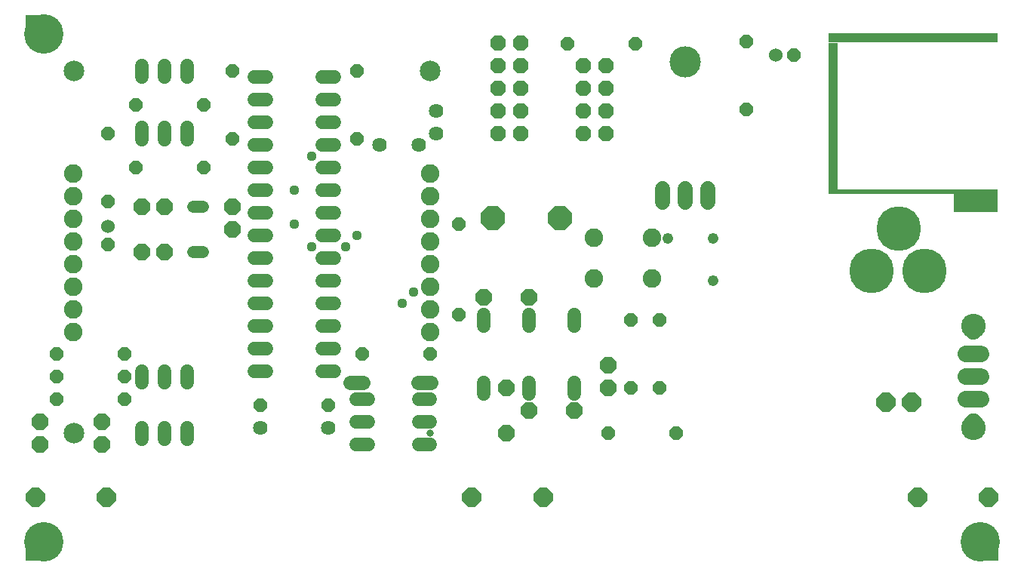
<source format=gbs>
G75*
G70*
%OFA0B0*%
%FSLAX24Y24*%
%IPPOS*%
%LPD*%
%AMOC8*
5,1,8,0,0,1.08239X$1,22.5*
%
%ADD10R,0.7480X0.0394*%
%ADD11R,0.0394X0.6496*%
%ADD12R,0.7480X0.0197*%
%ADD13R,0.1969X0.0787*%
%ADD14C,0.0520*%
%ADD15OC8,0.0710*%
%ADD16C,0.0600*%
%ADD17OC8,0.0680*%
%ADD18OC8,0.0600*%
%ADD19OC8,0.1080*%
%ADD20OC8,0.0840*%
%ADD21C,0.0730*%
%ADD22C,0.0740*%
%ADD23C,0.0820*%
%ADD24C,0.0316*%
%ADD25C,0.1970*%
%ADD26C,0.0680*%
%ADD27C,0.1380*%
%ADD28C,0.0600*%
%ADD29C,0.0634*%
%ADD30C,0.0640*%
%ADD31R,0.0867X0.0867*%
%ADD32C,0.0437*%
%ADD33C,0.0476*%
%ADD34C,0.0907*%
%ADD35C,0.1080*%
%ADD36C,0.1740*%
D10*
X039945Y023214D03*
D11*
X036402Y019769D03*
D12*
X039945Y016423D03*
D13*
X042701Y015931D03*
D14*
X008587Y015746D02*
X008147Y015746D01*
X008147Y013746D02*
X008587Y013746D01*
D15*
X009867Y014746D03*
X009867Y015746D03*
X006867Y015746D03*
X005867Y015746D03*
X005867Y013746D03*
X006867Y013746D03*
X004117Y006246D03*
X004117Y005246D03*
X001367Y005246D03*
X001367Y006246D03*
X020992Y011746D03*
X022992Y011746D03*
X026492Y008746D03*
X026492Y007746D03*
X024992Y006746D03*
X022992Y006746D03*
X021992Y007746D03*
X021992Y005746D03*
D16*
X022992Y007486D02*
X022992Y008006D01*
X024992Y008006D02*
X024992Y007486D01*
X020992Y007486D02*
X020992Y008006D01*
X018627Y007246D02*
X018107Y007246D01*
X018107Y006246D02*
X018627Y006246D01*
X018627Y005246D02*
X018107Y005246D01*
X015877Y005246D02*
X015357Y005246D01*
X015357Y006246D02*
X015877Y006246D01*
X015877Y007246D02*
X015357Y007246D01*
X014377Y008496D02*
X013857Y008496D01*
X013857Y009496D02*
X014377Y009496D01*
X014377Y010496D02*
X013857Y010496D01*
X013857Y011496D02*
X014377Y011496D01*
X014377Y012496D02*
X013857Y012496D01*
X013857Y013496D02*
X014377Y013496D01*
X014377Y014496D02*
X013857Y014496D01*
X013857Y015496D02*
X014377Y015496D01*
X014377Y016496D02*
X013857Y016496D01*
X013857Y017496D02*
X014377Y017496D01*
X014377Y018496D02*
X013857Y018496D01*
X013857Y019496D02*
X014377Y019496D01*
X014377Y020496D02*
X013857Y020496D01*
X013857Y021496D02*
X014377Y021496D01*
X011377Y021496D02*
X010857Y021496D01*
X010857Y020496D02*
X011377Y020496D01*
X011377Y019496D02*
X010857Y019496D01*
X010857Y018496D02*
X011377Y018496D01*
X011377Y017496D02*
X010857Y017496D01*
X010857Y016496D02*
X011377Y016496D01*
X011377Y015496D02*
X010857Y015496D01*
X010857Y014496D02*
X011377Y014496D01*
X011377Y013496D02*
X010857Y013496D01*
X010857Y012496D02*
X011377Y012496D01*
X011377Y011496D02*
X010857Y011496D01*
X010857Y010496D02*
X011377Y010496D01*
X011377Y009496D02*
X010857Y009496D01*
X010857Y008496D02*
X011377Y008496D01*
X007867Y008506D02*
X007867Y007986D01*
X006867Y007986D02*
X006867Y008506D01*
X005867Y008506D02*
X005867Y007986D01*
X005867Y006006D02*
X005867Y005486D01*
X006867Y005486D02*
X006867Y006006D01*
X007867Y006006D02*
X007867Y005486D01*
X020992Y010486D02*
X020992Y011006D01*
X022992Y011006D02*
X022992Y010486D01*
X024992Y010486D02*
X024992Y011006D01*
X007867Y018736D02*
X007867Y019256D01*
X006867Y019256D02*
X006867Y018736D01*
X005867Y018736D02*
X005867Y019256D01*
X005867Y021486D02*
X005867Y022006D01*
X006867Y022006D02*
X006867Y021486D01*
X007867Y021486D02*
X007867Y022006D01*
D17*
X021617Y021996D03*
X022617Y021996D03*
X022617Y022996D03*
X021617Y022996D03*
X021617Y020996D03*
X022617Y020996D03*
X022617Y019996D03*
X021617Y019996D03*
X021617Y018996D03*
X022617Y018996D03*
X025367Y018996D03*
X026367Y018996D03*
X026367Y019996D03*
X025367Y019996D03*
X025367Y020996D03*
X026367Y020996D03*
X026367Y021996D03*
X025367Y021996D03*
D18*
X024670Y022964D03*
X027670Y022964D03*
X032585Y023067D03*
X034695Y022464D03*
X032585Y020067D03*
X019867Y014996D03*
X015367Y018746D03*
X015367Y021746D03*
X009867Y021746D03*
X008617Y020246D03*
X009867Y018746D03*
X008617Y017496D03*
X005617Y017496D03*
X004367Y018996D03*
X005617Y020246D03*
X004367Y015996D03*
X004367Y014096D03*
X005117Y009246D03*
X005117Y008246D03*
X005117Y007246D03*
X002117Y007246D03*
X002117Y008246D03*
X002117Y009246D03*
X011117Y006996D03*
X014117Y006996D03*
X015617Y009246D03*
X018617Y009246D03*
X019867Y010996D03*
X027492Y010746D03*
X028742Y010746D03*
X028742Y007746D03*
X027492Y007746D03*
X026492Y005746D03*
X029492Y005746D03*
D19*
X024347Y015246D03*
X021387Y015246D03*
D20*
X038742Y007121D03*
X039867Y007121D03*
X040142Y002938D03*
X043292Y002938D03*
X023607Y002938D03*
X020457Y002938D03*
X004315Y002938D03*
X001166Y002938D03*
D21*
X042292Y007246D02*
X042941Y007246D01*
X042941Y008246D02*
X042292Y008246D01*
X042292Y009246D02*
X042941Y009246D01*
D22*
X042617Y010246D03*
X042617Y006246D03*
D23*
X028397Y012606D03*
X025837Y012606D03*
X025837Y014386D03*
X028397Y014386D03*
X018617Y014242D03*
X018617Y015242D03*
X018617Y016242D03*
X018617Y017242D03*
X018617Y013242D03*
X018617Y012242D03*
X018617Y011242D03*
X018617Y010242D03*
X002837Y010242D03*
X002837Y011242D03*
X002837Y012242D03*
X002837Y013242D03*
X002837Y014242D03*
X002837Y015242D03*
X002837Y016242D03*
X002837Y017242D03*
D24*
X002867Y021746D03*
X018617Y021746D03*
X018617Y005746D03*
X002867Y005746D03*
D25*
X038128Y012931D03*
X040451Y012931D03*
X039310Y014781D03*
D26*
X030867Y015946D02*
X030867Y016546D01*
X029867Y016546D02*
X029867Y015946D01*
X028867Y015946D02*
X028867Y016546D01*
D27*
X029867Y022146D03*
D28*
X033895Y022464D03*
X004367Y014896D03*
D29*
X015090Y007996D02*
X015644Y007996D01*
X018090Y007996D02*
X018644Y007996D01*
D30*
X014117Y005996D03*
X011117Y005996D03*
X016367Y018496D03*
X018117Y018496D03*
X018867Y018996D03*
X018867Y019996D03*
D31*
X001166Y000576D03*
X043292Y000576D03*
X001166Y023805D03*
D32*
X013367Y017996D03*
X012617Y016496D03*
X012617Y014996D03*
X013367Y013996D03*
X014867Y013996D03*
X015367Y014496D03*
X017867Y011996D03*
X017367Y011496D03*
D33*
X029117Y014371D03*
X031117Y014371D03*
X031117Y012496D03*
D34*
X018617Y021746D03*
X002867Y021746D03*
X002867Y005746D03*
D35*
X042617Y005996D03*
X042617Y010496D03*
D36*
X042898Y000970D03*
X001560Y000970D03*
X001560Y023411D03*
M02*

</source>
